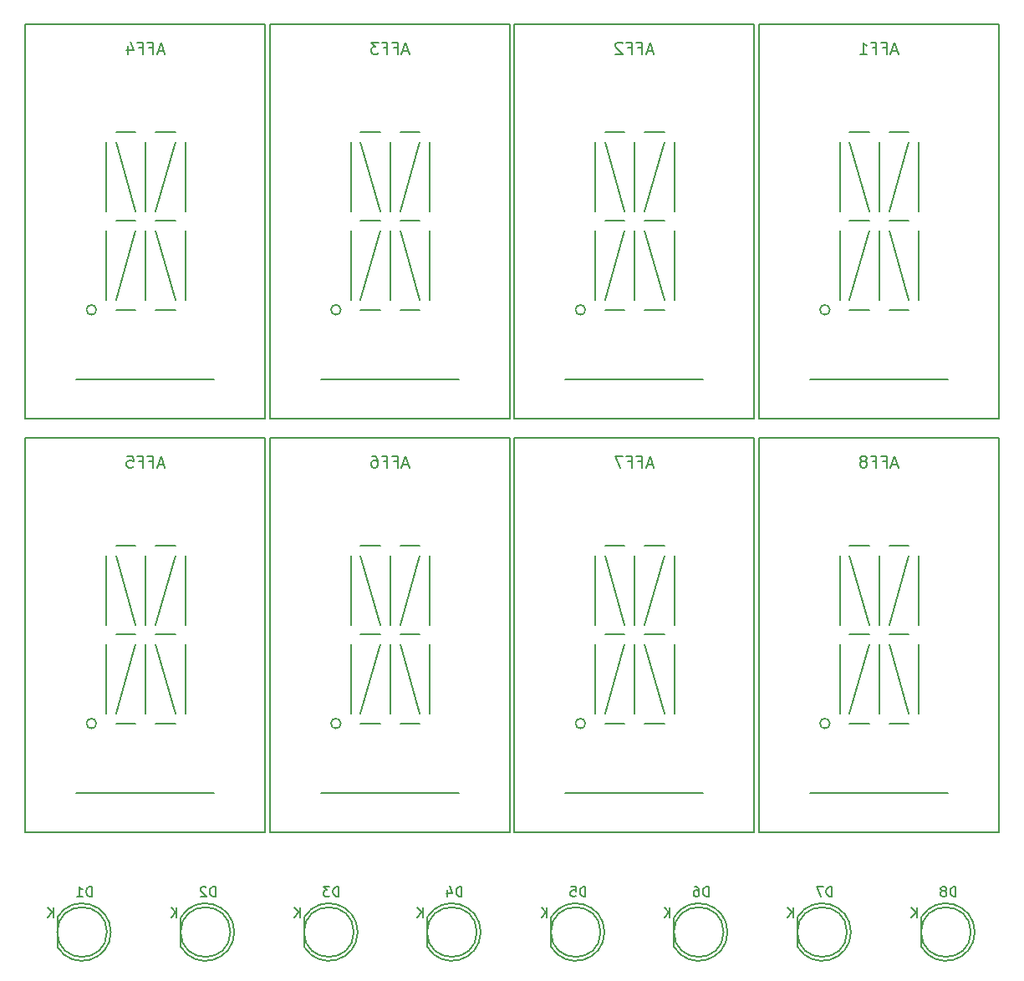
<source format=gbo>
G04 #@! TF.FileFunction,Legend,Bot*
%FSLAX46Y46*%
G04 Gerber Fmt 4.6, Leading zero omitted, Abs format (unit mm)*
G04 Created by KiCad (PCBNEW 4.0.2+dfsg1-stable) date Sa 04 Mär 2017 20:33:27 CET*
%MOMM*%
G01*
G04 APERTURE LIST*
%ADD10C,0.100000*%
%ADD11C,0.150000*%
G04 APERTURE END LIST*
D10*
D11*
X168437800Y-84884800D02*
X182437800Y-84884800D01*
X170487800Y-77834800D02*
G75*
G03X170487800Y-77834800I-500000J0D01*
G01*
X178487800Y-76834800D02*
X176487800Y-69834800D01*
X172487800Y-76834800D02*
X174487800Y-69834800D01*
X171487800Y-69834800D02*
X171487800Y-76834800D01*
X174487800Y-77834800D02*
X172487800Y-77834800D01*
X178487800Y-77834800D02*
X176487800Y-77834800D01*
X179487800Y-69834800D02*
X179487800Y-76834800D01*
X175487800Y-69834800D02*
X175487800Y-76834800D01*
X174487800Y-67834800D02*
X172487800Y-60834800D01*
X176487800Y-67834800D02*
X178487800Y-60834800D01*
X175487800Y-60834800D02*
X175487800Y-67834800D01*
X174487800Y-59834800D02*
X172487800Y-59834800D01*
X178487800Y-59834800D02*
X176487800Y-59834800D01*
X174487800Y-68834800D02*
X172487800Y-68834800D01*
X178487800Y-68834800D02*
X176487800Y-68834800D01*
X171487800Y-60834800D02*
X171487800Y-67834800D01*
X179487800Y-60834800D02*
X179487800Y-67834800D01*
X187597800Y-48884800D02*
X187597800Y-88884800D01*
X187597800Y-88884800D02*
X163277800Y-88884800D01*
X163277800Y-88884800D02*
X163277800Y-48884800D01*
X163277800Y-48884800D02*
X187597800Y-48884800D01*
X143672800Y-84884800D02*
X157672800Y-84884800D01*
X145722800Y-77834800D02*
G75*
G03X145722800Y-77834800I-500000J0D01*
G01*
X153722800Y-76834800D02*
X151722800Y-69834800D01*
X147722800Y-76834800D02*
X149722800Y-69834800D01*
X146722800Y-69834800D02*
X146722800Y-76834800D01*
X149722800Y-77834800D02*
X147722800Y-77834800D01*
X153722800Y-77834800D02*
X151722800Y-77834800D01*
X154722800Y-69834800D02*
X154722800Y-76834800D01*
X150722800Y-69834800D02*
X150722800Y-76834800D01*
X149722800Y-67834800D02*
X147722800Y-60834800D01*
X151722800Y-67834800D02*
X153722800Y-60834800D01*
X150722800Y-60834800D02*
X150722800Y-67834800D01*
X149722800Y-59834800D02*
X147722800Y-59834800D01*
X153722800Y-59834800D02*
X151722800Y-59834800D01*
X149722800Y-68834800D02*
X147722800Y-68834800D01*
X153722800Y-68834800D02*
X151722800Y-68834800D01*
X146722800Y-60834800D02*
X146722800Y-67834800D01*
X154722800Y-60834800D02*
X154722800Y-67834800D01*
X162832800Y-48884800D02*
X162832800Y-88884800D01*
X162832800Y-88884800D02*
X138512800Y-88884800D01*
X138512800Y-88884800D02*
X138512800Y-48884800D01*
X138512800Y-48884800D02*
X162832800Y-48884800D01*
X118907800Y-84879800D02*
X132907800Y-84879800D01*
X120957800Y-77829800D02*
G75*
G03X120957800Y-77829800I-500000J0D01*
G01*
X128957800Y-76829800D02*
X126957800Y-69829800D01*
X122957800Y-76829800D02*
X124957800Y-69829800D01*
X121957800Y-69829800D02*
X121957800Y-76829800D01*
X124957800Y-77829800D02*
X122957800Y-77829800D01*
X128957800Y-77829800D02*
X126957800Y-77829800D01*
X129957800Y-69829800D02*
X129957800Y-76829800D01*
X125957800Y-69829800D02*
X125957800Y-76829800D01*
X124957800Y-67829800D02*
X122957800Y-60829800D01*
X126957800Y-67829800D02*
X128957800Y-60829800D01*
X125957800Y-60829800D02*
X125957800Y-67829800D01*
X124957800Y-59829800D02*
X122957800Y-59829800D01*
X128957800Y-59829800D02*
X126957800Y-59829800D01*
X124957800Y-68829800D02*
X122957800Y-68829800D01*
X128957800Y-68829800D02*
X126957800Y-68829800D01*
X121957800Y-60829800D02*
X121957800Y-67829800D01*
X129957800Y-60829800D02*
X129957800Y-67829800D01*
X138067800Y-48879800D02*
X138067800Y-88879800D01*
X138067800Y-88879800D02*
X113747800Y-88879800D01*
X113747800Y-88879800D02*
X113747800Y-48879800D01*
X113747800Y-48879800D02*
X138067800Y-48879800D01*
X94142800Y-84884800D02*
X108142800Y-84884800D01*
X96192800Y-77834800D02*
G75*
G03X96192800Y-77834800I-500000J0D01*
G01*
X104192800Y-76834800D02*
X102192800Y-69834800D01*
X98192800Y-76834800D02*
X100192800Y-69834800D01*
X97192800Y-69834800D02*
X97192800Y-76834800D01*
X100192800Y-77834800D02*
X98192800Y-77834800D01*
X104192800Y-77834800D02*
X102192800Y-77834800D01*
X105192800Y-69834800D02*
X105192800Y-76834800D01*
X101192800Y-69834800D02*
X101192800Y-76834800D01*
X100192800Y-67834800D02*
X98192800Y-60834800D01*
X102192800Y-67834800D02*
X104192800Y-60834800D01*
X101192800Y-60834800D02*
X101192800Y-67834800D01*
X100192800Y-59834800D02*
X98192800Y-59834800D01*
X104192800Y-59834800D02*
X102192800Y-59834800D01*
X100192800Y-68834800D02*
X98192800Y-68834800D01*
X104192800Y-68834800D02*
X102192800Y-68834800D01*
X97192800Y-60834800D02*
X97192800Y-67834800D01*
X105192800Y-60834800D02*
X105192800Y-67834800D01*
X113302800Y-48884800D02*
X113302800Y-88884800D01*
X113302800Y-88884800D02*
X88982800Y-88884800D01*
X88982800Y-88884800D02*
X88982800Y-48884800D01*
X88982800Y-48884800D02*
X113302800Y-48884800D01*
X94142800Y-126794800D02*
X108142800Y-126794800D01*
X96192800Y-119744800D02*
G75*
G03X96192800Y-119744800I-500000J0D01*
G01*
X104192800Y-118744800D02*
X102192800Y-111744800D01*
X98192800Y-118744800D02*
X100192800Y-111744800D01*
X97192800Y-111744800D02*
X97192800Y-118744800D01*
X100192800Y-119744800D02*
X98192800Y-119744800D01*
X104192800Y-119744800D02*
X102192800Y-119744800D01*
X105192800Y-111744800D02*
X105192800Y-118744800D01*
X101192800Y-111744800D02*
X101192800Y-118744800D01*
X100192800Y-109744800D02*
X98192800Y-102744800D01*
X102192800Y-109744800D02*
X104192800Y-102744800D01*
X101192800Y-102744800D02*
X101192800Y-109744800D01*
X100192800Y-101744800D02*
X98192800Y-101744800D01*
X104192800Y-101744800D02*
X102192800Y-101744800D01*
X100192800Y-110744800D02*
X98192800Y-110744800D01*
X104192800Y-110744800D02*
X102192800Y-110744800D01*
X97192800Y-102744800D02*
X97192800Y-109744800D01*
X105192800Y-102744800D02*
X105192800Y-109744800D01*
X113302800Y-90794800D02*
X113302800Y-130794800D01*
X113302800Y-130794800D02*
X88982800Y-130794800D01*
X88982800Y-130794800D02*
X88982800Y-90794800D01*
X88982800Y-90794800D02*
X113302800Y-90794800D01*
X118907800Y-126794800D02*
X132907800Y-126794800D01*
X120957800Y-119744800D02*
G75*
G03X120957800Y-119744800I-500000J0D01*
G01*
X128957800Y-118744800D02*
X126957800Y-111744800D01*
X122957800Y-118744800D02*
X124957800Y-111744800D01*
X121957800Y-111744800D02*
X121957800Y-118744800D01*
X124957800Y-119744800D02*
X122957800Y-119744800D01*
X128957800Y-119744800D02*
X126957800Y-119744800D01*
X129957800Y-111744800D02*
X129957800Y-118744800D01*
X125957800Y-111744800D02*
X125957800Y-118744800D01*
X124957800Y-109744800D02*
X122957800Y-102744800D01*
X126957800Y-109744800D02*
X128957800Y-102744800D01*
X125957800Y-102744800D02*
X125957800Y-109744800D01*
X124957800Y-101744800D02*
X122957800Y-101744800D01*
X128957800Y-101744800D02*
X126957800Y-101744800D01*
X124957800Y-110744800D02*
X122957800Y-110744800D01*
X128957800Y-110744800D02*
X126957800Y-110744800D01*
X121957800Y-102744800D02*
X121957800Y-109744800D01*
X129957800Y-102744800D02*
X129957800Y-109744800D01*
X138067800Y-90794800D02*
X138067800Y-130794800D01*
X138067800Y-130794800D02*
X113747800Y-130794800D01*
X113747800Y-130794800D02*
X113747800Y-90794800D01*
X113747800Y-90794800D02*
X138067800Y-90794800D01*
X143672800Y-126794800D02*
X157672800Y-126794800D01*
X145722800Y-119744800D02*
G75*
G03X145722800Y-119744800I-500000J0D01*
G01*
X153722800Y-118744800D02*
X151722800Y-111744800D01*
X147722800Y-118744800D02*
X149722800Y-111744800D01*
X146722800Y-111744800D02*
X146722800Y-118744800D01*
X149722800Y-119744800D02*
X147722800Y-119744800D01*
X153722800Y-119744800D02*
X151722800Y-119744800D01*
X154722800Y-111744800D02*
X154722800Y-118744800D01*
X150722800Y-111744800D02*
X150722800Y-118744800D01*
X149722800Y-109744800D02*
X147722800Y-102744800D01*
X151722800Y-109744800D02*
X153722800Y-102744800D01*
X150722800Y-102744800D02*
X150722800Y-109744800D01*
X149722800Y-101744800D02*
X147722800Y-101744800D01*
X153722800Y-101744800D02*
X151722800Y-101744800D01*
X149722800Y-110744800D02*
X147722800Y-110744800D01*
X153722800Y-110744800D02*
X151722800Y-110744800D01*
X146722800Y-102744800D02*
X146722800Y-109744800D01*
X154722800Y-102744800D02*
X154722800Y-109744800D01*
X162832800Y-90794800D02*
X162832800Y-130794800D01*
X162832800Y-130794800D02*
X138512800Y-130794800D01*
X138512800Y-130794800D02*
X138512800Y-90794800D01*
X138512800Y-90794800D02*
X162832800Y-90794800D01*
X168437800Y-126794800D02*
X182437800Y-126794800D01*
X170487800Y-119744800D02*
G75*
G03X170487800Y-119744800I-500000J0D01*
G01*
X178487800Y-118744800D02*
X176487800Y-111744800D01*
X172487800Y-118744800D02*
X174487800Y-111744800D01*
X171487800Y-111744800D02*
X171487800Y-118744800D01*
X174487800Y-119744800D02*
X172487800Y-119744800D01*
X178487800Y-119744800D02*
X176487800Y-119744800D01*
X179487800Y-111744800D02*
X179487800Y-118744800D01*
X175487800Y-111744800D02*
X175487800Y-118744800D01*
X174487800Y-109744800D02*
X172487800Y-102744800D01*
X176487800Y-109744800D02*
X178487800Y-102744800D01*
X175487800Y-102744800D02*
X175487800Y-109744800D01*
X174487800Y-101744800D02*
X172487800Y-101744800D01*
X178487800Y-101744800D02*
X176487800Y-101744800D01*
X174487800Y-110744800D02*
X172487800Y-110744800D01*
X178487800Y-110744800D02*
X176487800Y-110744800D01*
X171487800Y-102744800D02*
X171487800Y-109744800D01*
X179487800Y-102744800D02*
X179487800Y-109744800D01*
X187597800Y-90794800D02*
X187597800Y-130794800D01*
X187597800Y-130794800D02*
X163277800Y-130794800D01*
X163277800Y-130794800D02*
X163277800Y-90794800D01*
X163277800Y-90794800D02*
X187597800Y-90794800D01*
X92262912Y-139354896D02*
G75*
G02X92247800Y-142379800I2484888J-1524904D01*
G01*
X92247800Y-139379800D02*
X92247800Y-142379800D01*
X97265736Y-140879800D02*
G75*
G03X97265736Y-140879800I-2517936J0D01*
G01*
X104762912Y-139354896D02*
G75*
G02X104747800Y-142379800I2484888J-1524904D01*
G01*
X104747800Y-139379800D02*
X104747800Y-142379800D01*
X109765736Y-140879800D02*
G75*
G03X109765736Y-140879800I-2517936J0D01*
G01*
X117262912Y-139354896D02*
G75*
G02X117247800Y-142379800I2484888J-1524904D01*
G01*
X117247800Y-139379800D02*
X117247800Y-142379800D01*
X122265736Y-140879800D02*
G75*
G03X122265736Y-140879800I-2517936J0D01*
G01*
X129722912Y-139354896D02*
G75*
G02X129707800Y-142379800I2484888J-1524904D01*
G01*
X129707800Y-139379800D02*
X129707800Y-142379800D01*
X134725736Y-140879800D02*
G75*
G03X134725736Y-140879800I-2517936J0D01*
G01*
X142262912Y-139354896D02*
G75*
G02X142247800Y-142379800I2484888J-1524904D01*
G01*
X142247800Y-139379800D02*
X142247800Y-142379800D01*
X147265736Y-140879800D02*
G75*
G03X147265736Y-140879800I-2517936J0D01*
G01*
X154722912Y-139354896D02*
G75*
G02X154707800Y-142379800I2484888J-1524904D01*
G01*
X154707800Y-139379800D02*
X154707800Y-142379800D01*
X159725736Y-140879800D02*
G75*
G03X159725736Y-140879800I-2517936J0D01*
G01*
X167222912Y-139354896D02*
G75*
G02X167207800Y-142379800I2484888J-1524904D01*
G01*
X167207800Y-139379800D02*
X167207800Y-142379800D01*
X172225736Y-140879800D02*
G75*
G03X172225736Y-140879800I-2517936J0D01*
G01*
X179762912Y-139354896D02*
G75*
G02X179747800Y-142379800I2484888J-1524904D01*
G01*
X179747800Y-139379800D02*
X179747800Y-142379800D01*
X184765736Y-140879800D02*
G75*
G03X184765736Y-140879800I-2517936J0D01*
G01*
X177323514Y-51584800D02*
X176752085Y-51584800D01*
X177437799Y-51927657D02*
X177037799Y-50727657D01*
X176637799Y-51927657D01*
X175837800Y-51299086D02*
X176237800Y-51299086D01*
X176237800Y-51927657D02*
X176237800Y-50727657D01*
X175666371Y-50727657D01*
X174809229Y-51299086D02*
X175209229Y-51299086D01*
X175209229Y-51927657D02*
X175209229Y-50727657D01*
X174637800Y-50727657D01*
X173552086Y-51927657D02*
X174237801Y-51927657D01*
X173894943Y-51927657D02*
X173894943Y-50727657D01*
X174009229Y-50899086D01*
X174123515Y-51013371D01*
X174237801Y-51070514D01*
X152558514Y-51584800D02*
X151987085Y-51584800D01*
X152672799Y-51927657D02*
X152272799Y-50727657D01*
X151872799Y-51927657D01*
X151072800Y-51299086D02*
X151472800Y-51299086D01*
X151472800Y-51927657D02*
X151472800Y-50727657D01*
X150901371Y-50727657D01*
X150044229Y-51299086D02*
X150444229Y-51299086D01*
X150444229Y-51927657D02*
X150444229Y-50727657D01*
X149872800Y-50727657D01*
X149472801Y-50841943D02*
X149415658Y-50784800D01*
X149301372Y-50727657D01*
X149015658Y-50727657D01*
X148901372Y-50784800D01*
X148844229Y-50841943D01*
X148787086Y-50956229D01*
X148787086Y-51070514D01*
X148844229Y-51241943D01*
X149529943Y-51927657D01*
X148787086Y-51927657D01*
X127793514Y-51579800D02*
X127222085Y-51579800D01*
X127907799Y-51922657D02*
X127507799Y-50722657D01*
X127107799Y-51922657D01*
X126307800Y-51294086D02*
X126707800Y-51294086D01*
X126707800Y-51922657D02*
X126707800Y-50722657D01*
X126136371Y-50722657D01*
X125279229Y-51294086D02*
X125679229Y-51294086D01*
X125679229Y-51922657D02*
X125679229Y-50722657D01*
X125107800Y-50722657D01*
X124764943Y-50722657D02*
X124022086Y-50722657D01*
X124422086Y-51179800D01*
X124250658Y-51179800D01*
X124136372Y-51236943D01*
X124079229Y-51294086D01*
X124022086Y-51408371D01*
X124022086Y-51694086D01*
X124079229Y-51808371D01*
X124136372Y-51865514D01*
X124250658Y-51922657D01*
X124593515Y-51922657D01*
X124707801Y-51865514D01*
X124764943Y-51808371D01*
X103028514Y-51584800D02*
X102457085Y-51584800D01*
X103142799Y-51927657D02*
X102742799Y-50727657D01*
X102342799Y-51927657D01*
X101542800Y-51299086D02*
X101942800Y-51299086D01*
X101942800Y-51927657D02*
X101942800Y-50727657D01*
X101371371Y-50727657D01*
X100514229Y-51299086D02*
X100914229Y-51299086D01*
X100914229Y-51927657D02*
X100914229Y-50727657D01*
X100342800Y-50727657D01*
X99371372Y-51127657D02*
X99371372Y-51927657D01*
X99657086Y-50670514D02*
X99942801Y-51527657D01*
X99199943Y-51527657D01*
X103028514Y-93494800D02*
X102457085Y-93494800D01*
X103142799Y-93837657D02*
X102742799Y-92637657D01*
X102342799Y-93837657D01*
X101542800Y-93209086D02*
X101942800Y-93209086D01*
X101942800Y-93837657D02*
X101942800Y-92637657D01*
X101371371Y-92637657D01*
X100514229Y-93209086D02*
X100914229Y-93209086D01*
X100914229Y-93837657D02*
X100914229Y-92637657D01*
X100342800Y-92637657D01*
X99314229Y-92637657D02*
X99885658Y-92637657D01*
X99942801Y-93209086D01*
X99885658Y-93151943D01*
X99771372Y-93094800D01*
X99485658Y-93094800D01*
X99371372Y-93151943D01*
X99314229Y-93209086D01*
X99257086Y-93323371D01*
X99257086Y-93609086D01*
X99314229Y-93723371D01*
X99371372Y-93780514D01*
X99485658Y-93837657D01*
X99771372Y-93837657D01*
X99885658Y-93780514D01*
X99942801Y-93723371D01*
X127793514Y-93494800D02*
X127222085Y-93494800D01*
X127907799Y-93837657D02*
X127507799Y-92637657D01*
X127107799Y-93837657D01*
X126307800Y-93209086D02*
X126707800Y-93209086D01*
X126707800Y-93837657D02*
X126707800Y-92637657D01*
X126136371Y-92637657D01*
X125279229Y-93209086D02*
X125679229Y-93209086D01*
X125679229Y-93837657D02*
X125679229Y-92637657D01*
X125107800Y-92637657D01*
X124136372Y-92637657D02*
X124364943Y-92637657D01*
X124479229Y-92694800D01*
X124536372Y-92751943D01*
X124650658Y-92923371D01*
X124707801Y-93151943D01*
X124707801Y-93609086D01*
X124650658Y-93723371D01*
X124593515Y-93780514D01*
X124479229Y-93837657D01*
X124250658Y-93837657D01*
X124136372Y-93780514D01*
X124079229Y-93723371D01*
X124022086Y-93609086D01*
X124022086Y-93323371D01*
X124079229Y-93209086D01*
X124136372Y-93151943D01*
X124250658Y-93094800D01*
X124479229Y-93094800D01*
X124593515Y-93151943D01*
X124650658Y-93209086D01*
X124707801Y-93323371D01*
X152558514Y-93494800D02*
X151987085Y-93494800D01*
X152672799Y-93837657D02*
X152272799Y-92637657D01*
X151872799Y-93837657D01*
X151072800Y-93209086D02*
X151472800Y-93209086D01*
X151472800Y-93837657D02*
X151472800Y-92637657D01*
X150901371Y-92637657D01*
X150044229Y-93209086D02*
X150444229Y-93209086D01*
X150444229Y-93837657D02*
X150444229Y-92637657D01*
X149872800Y-92637657D01*
X149529943Y-92637657D02*
X148729943Y-92637657D01*
X149244229Y-93837657D01*
X177323514Y-93494800D02*
X176752085Y-93494800D01*
X177437799Y-93837657D02*
X177037799Y-92637657D01*
X176637799Y-93837657D01*
X175837800Y-93209086D02*
X176237800Y-93209086D01*
X176237800Y-93837657D02*
X176237800Y-92637657D01*
X175666371Y-92637657D01*
X174809229Y-93209086D02*
X175209229Y-93209086D01*
X175209229Y-93837657D02*
X175209229Y-92637657D01*
X174637800Y-92637657D01*
X174009229Y-93151943D02*
X174123515Y-93094800D01*
X174180658Y-93037657D01*
X174237801Y-92923371D01*
X174237801Y-92866229D01*
X174180658Y-92751943D01*
X174123515Y-92694800D01*
X174009229Y-92637657D01*
X173780658Y-92637657D01*
X173666372Y-92694800D01*
X173609229Y-92751943D01*
X173552086Y-92866229D01*
X173552086Y-92923371D01*
X173609229Y-93037657D01*
X173666372Y-93094800D01*
X173780658Y-93151943D01*
X174009229Y-93151943D01*
X174123515Y-93209086D01*
X174180658Y-93266229D01*
X174237801Y-93380514D01*
X174237801Y-93609086D01*
X174180658Y-93723371D01*
X174123515Y-93780514D01*
X174009229Y-93837657D01*
X173780658Y-93837657D01*
X173666372Y-93780514D01*
X173609229Y-93723371D01*
X173552086Y-93609086D01*
X173552086Y-93380514D01*
X173609229Y-93266229D01*
X173666372Y-93209086D01*
X173780658Y-93151943D01*
X95739895Y-137268181D02*
X95739895Y-136268181D01*
X95501800Y-136268181D01*
X95358942Y-136315800D01*
X95263704Y-136411038D01*
X95216085Y-136506276D01*
X95168466Y-136696752D01*
X95168466Y-136839610D01*
X95216085Y-137030086D01*
X95263704Y-137125324D01*
X95358942Y-137220562D01*
X95501800Y-137268181D01*
X95739895Y-137268181D01*
X94216085Y-137268181D02*
X94787514Y-137268181D01*
X94501800Y-137268181D02*
X94501800Y-136268181D01*
X94597038Y-136411038D01*
X94692276Y-136506276D01*
X94787514Y-136553895D01*
X91834705Y-139427181D02*
X91834705Y-138427181D01*
X91263276Y-139427181D02*
X91691848Y-138855752D01*
X91263276Y-138427181D02*
X91834705Y-138998610D01*
X108239895Y-137268181D02*
X108239895Y-136268181D01*
X108001800Y-136268181D01*
X107858942Y-136315800D01*
X107763704Y-136411038D01*
X107716085Y-136506276D01*
X107668466Y-136696752D01*
X107668466Y-136839610D01*
X107716085Y-137030086D01*
X107763704Y-137125324D01*
X107858942Y-137220562D01*
X108001800Y-137268181D01*
X108239895Y-137268181D01*
X107287514Y-136363419D02*
X107239895Y-136315800D01*
X107144657Y-136268181D01*
X106906561Y-136268181D01*
X106811323Y-136315800D01*
X106763704Y-136363419D01*
X106716085Y-136458657D01*
X106716085Y-136553895D01*
X106763704Y-136696752D01*
X107335133Y-137268181D01*
X106716085Y-137268181D01*
X104334705Y-139427181D02*
X104334705Y-138427181D01*
X103763276Y-139427181D02*
X104191848Y-138855752D01*
X103763276Y-138427181D02*
X104334705Y-138998610D01*
X120739895Y-137268181D02*
X120739895Y-136268181D01*
X120501800Y-136268181D01*
X120358942Y-136315800D01*
X120263704Y-136411038D01*
X120216085Y-136506276D01*
X120168466Y-136696752D01*
X120168466Y-136839610D01*
X120216085Y-137030086D01*
X120263704Y-137125324D01*
X120358942Y-137220562D01*
X120501800Y-137268181D01*
X120739895Y-137268181D01*
X119835133Y-136268181D02*
X119216085Y-136268181D01*
X119549419Y-136649133D01*
X119406561Y-136649133D01*
X119311323Y-136696752D01*
X119263704Y-136744371D01*
X119216085Y-136839610D01*
X119216085Y-137077705D01*
X119263704Y-137172943D01*
X119311323Y-137220562D01*
X119406561Y-137268181D01*
X119692276Y-137268181D01*
X119787514Y-137220562D01*
X119835133Y-137172943D01*
X116834705Y-139427181D02*
X116834705Y-138427181D01*
X116263276Y-139427181D02*
X116691848Y-138855752D01*
X116263276Y-138427181D02*
X116834705Y-138998610D01*
X133199895Y-137268181D02*
X133199895Y-136268181D01*
X132961800Y-136268181D01*
X132818942Y-136315800D01*
X132723704Y-136411038D01*
X132676085Y-136506276D01*
X132628466Y-136696752D01*
X132628466Y-136839610D01*
X132676085Y-137030086D01*
X132723704Y-137125324D01*
X132818942Y-137220562D01*
X132961800Y-137268181D01*
X133199895Y-137268181D01*
X131771323Y-136601514D02*
X131771323Y-137268181D01*
X132009419Y-136220562D02*
X132247514Y-136934848D01*
X131628466Y-136934848D01*
X129294705Y-139427181D02*
X129294705Y-138427181D01*
X128723276Y-139427181D02*
X129151848Y-138855752D01*
X128723276Y-138427181D02*
X129294705Y-138998610D01*
X145739895Y-137268181D02*
X145739895Y-136268181D01*
X145501800Y-136268181D01*
X145358942Y-136315800D01*
X145263704Y-136411038D01*
X145216085Y-136506276D01*
X145168466Y-136696752D01*
X145168466Y-136839610D01*
X145216085Y-137030086D01*
X145263704Y-137125324D01*
X145358942Y-137220562D01*
X145501800Y-137268181D01*
X145739895Y-137268181D01*
X144263704Y-136268181D02*
X144739895Y-136268181D01*
X144787514Y-136744371D01*
X144739895Y-136696752D01*
X144644657Y-136649133D01*
X144406561Y-136649133D01*
X144311323Y-136696752D01*
X144263704Y-136744371D01*
X144216085Y-136839610D01*
X144216085Y-137077705D01*
X144263704Y-137172943D01*
X144311323Y-137220562D01*
X144406561Y-137268181D01*
X144644657Y-137268181D01*
X144739895Y-137220562D01*
X144787514Y-137172943D01*
X141834705Y-139427181D02*
X141834705Y-138427181D01*
X141263276Y-139427181D02*
X141691848Y-138855752D01*
X141263276Y-138427181D02*
X141834705Y-138998610D01*
X158199895Y-137268181D02*
X158199895Y-136268181D01*
X157961800Y-136268181D01*
X157818942Y-136315800D01*
X157723704Y-136411038D01*
X157676085Y-136506276D01*
X157628466Y-136696752D01*
X157628466Y-136839610D01*
X157676085Y-137030086D01*
X157723704Y-137125324D01*
X157818942Y-137220562D01*
X157961800Y-137268181D01*
X158199895Y-137268181D01*
X156771323Y-136268181D02*
X156961800Y-136268181D01*
X157057038Y-136315800D01*
X157104657Y-136363419D01*
X157199895Y-136506276D01*
X157247514Y-136696752D01*
X157247514Y-137077705D01*
X157199895Y-137172943D01*
X157152276Y-137220562D01*
X157057038Y-137268181D01*
X156866561Y-137268181D01*
X156771323Y-137220562D01*
X156723704Y-137172943D01*
X156676085Y-137077705D01*
X156676085Y-136839610D01*
X156723704Y-136744371D01*
X156771323Y-136696752D01*
X156866561Y-136649133D01*
X157057038Y-136649133D01*
X157152276Y-136696752D01*
X157199895Y-136744371D01*
X157247514Y-136839610D01*
X154294705Y-139427181D02*
X154294705Y-138427181D01*
X153723276Y-139427181D02*
X154151848Y-138855752D01*
X153723276Y-138427181D02*
X154294705Y-138998610D01*
X170699895Y-137268181D02*
X170699895Y-136268181D01*
X170461800Y-136268181D01*
X170318942Y-136315800D01*
X170223704Y-136411038D01*
X170176085Y-136506276D01*
X170128466Y-136696752D01*
X170128466Y-136839610D01*
X170176085Y-137030086D01*
X170223704Y-137125324D01*
X170318942Y-137220562D01*
X170461800Y-137268181D01*
X170699895Y-137268181D01*
X169795133Y-136268181D02*
X169128466Y-136268181D01*
X169557038Y-137268181D01*
X166794705Y-139427181D02*
X166794705Y-138427181D01*
X166223276Y-139427181D02*
X166651848Y-138855752D01*
X166223276Y-138427181D02*
X166794705Y-138998610D01*
X183239895Y-137268181D02*
X183239895Y-136268181D01*
X183001800Y-136268181D01*
X182858942Y-136315800D01*
X182763704Y-136411038D01*
X182716085Y-136506276D01*
X182668466Y-136696752D01*
X182668466Y-136839610D01*
X182716085Y-137030086D01*
X182763704Y-137125324D01*
X182858942Y-137220562D01*
X183001800Y-137268181D01*
X183239895Y-137268181D01*
X182097038Y-136696752D02*
X182192276Y-136649133D01*
X182239895Y-136601514D01*
X182287514Y-136506276D01*
X182287514Y-136458657D01*
X182239895Y-136363419D01*
X182192276Y-136315800D01*
X182097038Y-136268181D01*
X181906561Y-136268181D01*
X181811323Y-136315800D01*
X181763704Y-136363419D01*
X181716085Y-136458657D01*
X181716085Y-136506276D01*
X181763704Y-136601514D01*
X181811323Y-136649133D01*
X181906561Y-136696752D01*
X182097038Y-136696752D01*
X182192276Y-136744371D01*
X182239895Y-136791990D01*
X182287514Y-136887229D01*
X182287514Y-137077705D01*
X182239895Y-137172943D01*
X182192276Y-137220562D01*
X182097038Y-137268181D01*
X181906561Y-137268181D01*
X181811323Y-137220562D01*
X181763704Y-137172943D01*
X181716085Y-137077705D01*
X181716085Y-136887229D01*
X181763704Y-136791990D01*
X181811323Y-136744371D01*
X181906561Y-136696752D01*
X179334705Y-139427181D02*
X179334705Y-138427181D01*
X178763276Y-139427181D02*
X179191848Y-138855752D01*
X178763276Y-138427181D02*
X179334705Y-138998610D01*
M02*

</source>
